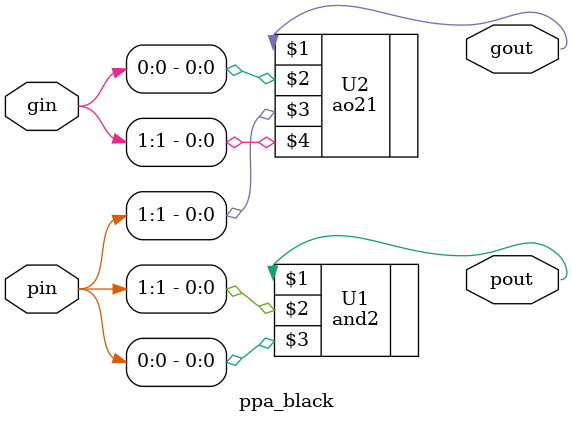
<source format=v>
module adder(cout, sum, a, b, cin);

	input [3:0] a, b;
	input cin;
	output [3:0] sum;
	output cout;

	wire p2, g0, p_lsb, g1, g_lsb, p1, g2, p0;
	wire n14, n15, n16, n17, n18, n20, n21, n23, n25, n27, n28;

// start of pre-processing logic

	ppa_first_pre ppa_first_pre_0_0 ( .cin( {cin} ), .pout( {p_lsb} ), .gout( {g_lsb} ) );
	ppa_pre ppa_pre_1_0 ( .a_in( {a[0]} ), .b_in( {b[0]} ), .pout( {p0} ), .gout( {g0} ) );
	ppa_pre ppa_pre_2_0 ( .a_in( {a[1]} ), .b_in( {b[1]} ), .pout( {p1} ), .gout( {g1} ) );
	ppa_pre ppa_pre_3_0 ( .a_in( {a[2]} ), .b_in( {b[2]} ), .pout( {p2} ), .gout( {g2} ) );

// start of post-processing logic

	ppa_post ppa_post_0_3 ( .gin( {n23} ), .pin( {p0} ), .sum( {sum[0]} ) );
	ppa_post ppa_post_1_3 ( .gin( {n25} ), .pin( {p1} ), .sum( {sum[1]} ) );
	ppa_post ppa_post_2_3 ( .gin( {n27} ), .pin( {p2} ), .sum( {sum[2]} ) );
	ppa_post ppa_post_3_3 ( .gin( {n28} ), .pin( {p3} ), .sum( {sum[3]} ) );

// start of custom pre/post logic

	ppa_pre ppa_pre_cout ( .a_in( a[3] ), .b_in( b[3] ), .pout ( p3 ), .gout ( g3 ) );
	ppa_grey ppa_grey_cout ( .gin ( {g3,n28} ), .pin ( p3 ), .gout ( cout ) );

// start of tree row 1

	ppa_buffer ppa_buffer_0_1 ( .gin( {g_lsb} ), .pin( {p_lsb} ), .gout( {n14} ), .pout( {n15} ) );
	ppa_grey ppa_grey_1_1 ( .gin( {g0,g_lsb} ), .pin( {p0} ), .gout( {n16} ) );
	ppa_black ppa_black_2_1 ( .gin( {g1,g0} ), .pin( {p1,p0} ), .gout( {n17} ), .pout( {n18} ) );
	ppa_black ppa_black_3_1 ( .gin( {g2,g1} ), .pin( {p2,p1} ), .gout( {n20} ), .pout( {n21} ) );

// start of tree row 2

	assign n24 = n15;
	assign n23 = n14;
	assign n26 = n0;
	assign n25 = n16;
	ppa_grey ppa_grey_2_2 ( .gin( {n17,n14} ), .pin( {n18} ), .gout( {n27} ) );
	ppa_grey ppa_grey_3_2 ( .gin( {n20,n16} ), .pin( {n21} ), .gout( {n28} ) );

endmodule

module ppa_first_pre(cin, pout, gout);

	input cin;
	output pout, gout;

	assign pout=1'b0;
	assign gout=cin;

endmodule

module ppa_grey(gin, pin, gout);

	input[1:0] gin;
	input pin;
	output gout;

	ao21 U1(gout,gin[0],pin,gin[1]);

endmodule

module ppa_pre(a_in, b_in, pout, gout);

	input a_in, b_in;
	output pout, gout;

	xor2 U1(pout,a_in,b_in);
	and2 U2(gout,a_in,b_in);

endmodule

module ppa_post(pin, gin, sum);

	input pin, gin;
	output sum;

	xor2 U1(sum,pin,gin);

endmodule

module ppa_buffer(pin, gin, pout, gout);

	input pin, gin;
	output pout, gout;

	buffer U1(pout,pin);
	buffer U2(gout,gin);

endmodule

module ppa_black(gin, pin, gout, pout);

	input [1:0] gin, pin;
	output gout, pout;

	and2 U1(pout,pin[1],pin[0]);
	ao21 U2(gout,gin[0],pin[1],gin[1]);

endmodule

</source>
